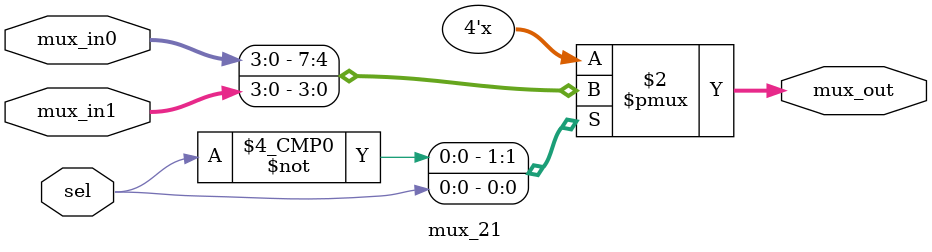
<source format=v>
`timescale 1ns / 1ps
module mux_21(mux_in0, mux_in1, sel, mux_out);

input sel;
input [3:0] mux_in0;
input [3:0] mux_in1;
output [3:0] mux_out;

reg [3:0] mux_out;

always @ (sel or mux_in0 or mux_in1) begin
	case(sel)
		1'b0: mux_out = mux_in0;
		1'b1: mux_out = mux_in1;
		default: mux_out = 1'bz;
	endcase
end

endmodule

</source>
